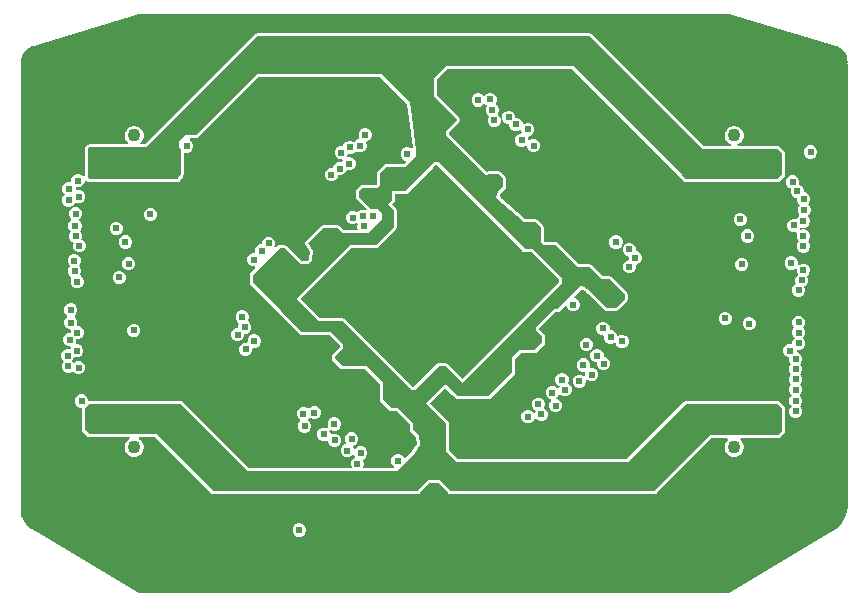
<source format=gbr>
%TF.GenerationSoftware,Altium Limited,Altium Designer,23.0.1 (38)*%
G04 Layer_Physical_Order=3*
G04 Layer_Color=16440176*
%FSLAX45Y45*%
%MOMM*%
%TF.SameCoordinates,98E3409A-FA71-4B7D-AABF-4CEB4AF68500*%
%TF.FilePolarity,Positive*%
%TF.FileFunction,Copper,L3,Inr,Signal*%
%TF.Part,Single*%
G01*
G75*
%TA.AperFunction,ComponentPad*%
%ADD28C,5.00000*%
%ADD29C,1.10000*%
%TA.AperFunction,ViaPad*%
%ADD30C,0.60960*%
G36*
X3402687Y2029423D02*
X3413984Y2025423D01*
X3434968Y2013842D01*
X3453778Y1998988D01*
X3469909Y1981262D01*
X3482929Y1961139D01*
X3492487Y1939160D01*
X3498326Y1915915D01*
X3500261Y1892390D01*
X3499311Y1880118D01*
X3499308Y1880084D01*
X3500000Y1867670D01*
X3500000Y-1855968D01*
X3502020D01*
X3502218Y-1873979D01*
X3497453Y-1909687D01*
X3487626Y-1944345D01*
X3472939Y-1977239D01*
X3453694Y-2007692D01*
X3430289Y-2035077D01*
X3403204Y-2058829D01*
X3372999Y-2078460D01*
X3356646Y-2086012D01*
X3356646Y-2086012D01*
X3356646Y-2086013D01*
X2500000Y-2600000D01*
X-2500000D01*
X-3405191Y-2065299D01*
X-3416906Y-2058186D01*
X-3438148Y-2040864D01*
X-3456796Y-2020776D01*
X-3472494Y-1998306D01*
X-3484941Y-1973886D01*
X-3493899Y-1947981D01*
X-3499196Y-1921088D01*
X-3500732Y-1893721D01*
X-3499604Y-1880062D01*
X-3500000D01*
X-3500000Y1879600D01*
X-3499189Y1879664D01*
X-3500120Y1891538D01*
X-3498046Y1915269D01*
X-3492092Y1938335D01*
X-3482421Y1960106D01*
X-3469297Y1979987D01*
X-3453079Y1997435D01*
X-3434210Y2011975D01*
X-3415786Y2021829D01*
X-3411733Y2023599D01*
X-3401919Y2027021D01*
X-3389908Y2031109D01*
X-2500000Y2300000D01*
X2500000D01*
X3402687Y2029423D01*
D02*
G37*
%LPC*%
G36*
X485234Y1630166D02*
X463003D01*
X442465Y1621659D01*
X429763Y1608957D01*
X425475Y1606163D01*
X413933Y1608193D01*
X403997Y1618129D01*
X383458Y1626637D01*
X361228D01*
X340690Y1618129D01*
X324970Y1602410D01*
X316463Y1581872D01*
Y1559641D01*
X324970Y1539103D01*
X340690Y1523384D01*
X361228Y1514877D01*
X383458D01*
X403997Y1523384D01*
X416699Y1536086D01*
X420986Y1538880D01*
X432529Y1536849D01*
X442465Y1526913D01*
X443621Y1526434D01*
X445387Y1517553D01*
X436880Y1497015D01*
Y1474785D01*
X445387Y1454247D01*
X461106Y1438527D01*
X462543Y1431307D01*
X460258Y1429023D01*
X451751Y1408484D01*
Y1386254D01*
X460258Y1365716D01*
X475977Y1349996D01*
X496515Y1341489D01*
X518746D01*
X539284Y1349996D01*
X555003Y1365716D01*
X563511Y1386254D01*
Y1408484D01*
X555003Y1429023D01*
X539284Y1444742D01*
X537848Y1451962D01*
X540133Y1454247D01*
X548640Y1474785D01*
Y1497015D01*
X540133Y1517553D01*
X524413Y1533273D01*
X523258Y1533752D01*
X521491Y1542633D01*
X529998Y1563171D01*
Y1585401D01*
X521491Y1605939D01*
X505772Y1621659D01*
X485234Y1630166D01*
D02*
G37*
G36*
X-573052Y1330421D02*
X-595283D01*
X-615821Y1321914D01*
X-631540Y1306194D01*
X-640047Y1285656D01*
Y1263425D01*
X-635065Y1251396D01*
X-638359Y1239202D01*
X-641917Y1237279D01*
X-659033Y1230189D01*
X-674753Y1214470D01*
X-680673Y1217256D01*
X-681190Y1217774D01*
X-701728Y1226281D01*
X-723958D01*
X-744497Y1217774D01*
X-760216Y1202054D01*
X-768723Y1181516D01*
X-771766Y1179483D01*
X-775669Y1181100D01*
X-797899D01*
X-818437Y1172593D01*
X-834157Y1156873D01*
X-842664Y1136335D01*
Y1114105D01*
X-834157Y1093567D01*
X-818437Y1077847D01*
X-797899Y1069340D01*
X-783330D01*
X-774473Y1058562D01*
X-776167Y1049719D01*
X-788990Y1043411D01*
X-790266Y1043940D01*
X-812497D01*
X-833035Y1035433D01*
X-848754Y1019713D01*
X-854952Y1004752D01*
X-860105Y993140D01*
X-882335D01*
X-902873Y984633D01*
X-918593Y968913D01*
X-927100Y948375D01*
Y926145D01*
X-918593Y905607D01*
X-902873Y889887D01*
X-882335Y881380D01*
X-860105D01*
X-839567Y889887D01*
X-823847Y905607D01*
X-817650Y920568D01*
X-812497Y932180D01*
X-790266D01*
X-769728Y940687D01*
X-754009Y956407D01*
X-748940Y968644D01*
X-733768Y976107D01*
X-732492Y975578D01*
X-710262D01*
X-689724Y984085D01*
X-674004Y999804D01*
X-665497Y1020343D01*
Y1042573D01*
X-674004Y1063111D01*
X-689724Y1078831D01*
X-710262Y1087338D01*
X-729046D01*
X-735784Y1095665D01*
X-737131Y1099071D01*
X-730904Y1114104D01*
X-727861Y1116137D01*
X-723958Y1114521D01*
X-701728D01*
X-681190Y1123028D01*
X-665470Y1138747D01*
X-659551Y1135961D01*
X-659033Y1135443D01*
X-638495Y1126936D01*
X-616265D01*
X-595727Y1135443D01*
X-580007Y1151163D01*
X-571500Y1171701D01*
Y1193932D01*
X-576483Y1205961D01*
X-573189Y1218155D01*
X-569630Y1220078D01*
X-552514Y1227168D01*
X-536795Y1242887D01*
X-528287Y1263425D01*
Y1285656D01*
X-536795Y1306194D01*
X-552514Y1321914D01*
X-573052Y1330421D01*
D02*
G37*
G36*
X643575Y1480819D02*
X621344D01*
X600806Y1472312D01*
X585087Y1456593D01*
X576580Y1436055D01*
Y1413824D01*
X585087Y1393286D01*
X600806Y1377567D01*
X621344Y1369059D01*
X637646D01*
Y1352759D01*
X646153Y1332221D01*
X661872Y1316501D01*
X682410Y1307994D01*
X704641D01*
X725179Y1316501D01*
X725793Y1317115D01*
X737526Y1312255D01*
Y1309685D01*
X742288Y1298189D01*
X733802Y1285489D01*
X730533D01*
X709995Y1276982D01*
X694275Y1261263D01*
X685768Y1240724D01*
Y1218494D01*
X694275Y1197956D01*
X709995Y1182236D01*
X730533Y1173729D01*
X752764D01*
X773302Y1182236D01*
X774181Y1183116D01*
X786881Y1177855D01*
Y1172525D01*
X795388Y1151987D01*
X811108Y1136267D01*
X831646Y1127760D01*
X853876D01*
X874415Y1136267D01*
X890134Y1151987D01*
X898641Y1172525D01*
Y1194755D01*
X890134Y1215293D01*
X874415Y1231013D01*
X853876Y1239520D01*
X831646D01*
X811108Y1231013D01*
X810228Y1230133D01*
X797528Y1235394D01*
Y1240724D01*
X792767Y1252220D01*
X801253Y1264920D01*
X804522D01*
X825060Y1273427D01*
X840779Y1289147D01*
X849286Y1309685D01*
Y1331915D01*
X840779Y1352453D01*
X825060Y1368173D01*
X804522Y1376680D01*
X782291D01*
X761753Y1368173D01*
X761139Y1367559D01*
X749406Y1372419D01*
Y1374989D01*
X740898Y1395528D01*
X725179Y1411247D01*
X704641Y1419754D01*
X688340D01*
Y1436055D01*
X679833Y1456593D01*
X664113Y1472312D01*
X643575Y1480819D01*
D02*
G37*
G36*
X3198815Y1186180D02*
X3176585D01*
X3156047Y1177673D01*
X3140327Y1161953D01*
X3131820Y1141415D01*
Y1119185D01*
X3140327Y1098647D01*
X3156047Y1082927D01*
X3176585Y1074420D01*
X3198815D01*
X3219353Y1082927D01*
X3235073Y1098647D01*
X3243580Y1119185D01*
Y1141415D01*
X3235073Y1161953D01*
X3219353Y1177673D01*
X3198815Y1186180D01*
D02*
G37*
G36*
X1320800Y2134098D02*
X-1498600D01*
X-1508511Y2132126D01*
X-1516912Y2126512D01*
X-2449127Y1194298D01*
X-2484921D01*
X-2488459Y1201339D01*
X-2489300Y1206998D01*
X-2475664Y1220633D01*
X-2465079Y1238967D01*
X-2459600Y1259415D01*
Y1280585D01*
X-2465079Y1301033D01*
X-2475664Y1319367D01*
X-2490633Y1334336D01*
X-2508967Y1344921D01*
X-2529415Y1350400D01*
X-2550585D01*
X-2571033Y1344921D01*
X-2589367Y1334336D01*
X-2604336Y1319367D01*
X-2614921Y1301033D01*
X-2620400Y1280585D01*
Y1259415D01*
X-2614921Y1238967D01*
X-2604336Y1220633D01*
X-2590700Y1206998D01*
X-2591541Y1201339D01*
X-2595079Y1194298D01*
X-2921000D01*
X-2930911Y1192326D01*
X-2939312Y1186712D01*
X-2952012Y1174012D01*
X-2957626Y1165611D01*
X-2959598Y1155700D01*
Y928034D01*
X-2972298Y923273D01*
X-2984651Y935627D01*
X-3005189Y944134D01*
X-3027420D01*
X-3047958Y935627D01*
X-3063677Y919907D01*
X-3072184Y899369D01*
Y884283D01*
X-3080381Y875123D01*
X-3083918Y874254D01*
X-3103390D01*
X-3123928Y865747D01*
X-3139648Y850027D01*
X-3148155Y829489D01*
Y807258D01*
X-3139648Y786720D01*
X-3131813Y778886D01*
X-3125624Y769128D01*
X-3131813Y762293D01*
X-3141093Y753013D01*
X-3149600Y732475D01*
Y710245D01*
X-3141093Y689707D01*
X-3125373Y673987D01*
X-3104835Y665480D01*
X-3082605D01*
X-3062067Y673987D01*
X-3046347Y689707D01*
X-3045467Y691831D01*
X-3028979Y698450D01*
X-3019561Y694550D01*
X-2997330D01*
X-2976792Y703057D01*
X-2961073Y718776D01*
X-2952566Y739314D01*
Y761545D01*
X-2961073Y782083D01*
X-2976792Y797802D01*
X-2997330Y806310D01*
X-3019561D01*
X-3023067Y804857D01*
X-3033522Y811930D01*
X-3034298Y824688D01*
X-3028198Y831505D01*
X-3024661Y832374D01*
X-3005189D01*
X-2984651Y840881D01*
X-2968932Y856601D01*
X-2960424Y877139D01*
Y886539D01*
X-2947724Y891800D01*
X-2939312Y883388D01*
X-2930911Y877774D01*
X-2921000Y875802D01*
X-2171700D01*
X-2161789Y877774D01*
X-2153388Y883388D01*
X-2147774Y891789D01*
X-2145802Y901700D01*
Y903673D01*
X-2127988Y921488D01*
X-2122374Y929889D01*
X-2120402Y939800D01*
Y1119501D01*
X-2109843Y1126557D01*
X-2106615Y1125220D01*
X-2084385D01*
X-2063847Y1133727D01*
X-2048127Y1149447D01*
X-2039620Y1169985D01*
Y1192215D01*
X-2048127Y1212753D01*
X-2063847Y1228473D01*
X-2070919Y1231402D01*
X-2068393Y1244102D01*
X-2019300D01*
X-2009389Y1246074D01*
X-2000988Y1251688D01*
X-1487873Y1764802D01*
X-455227D01*
X-424712Y1734288D01*
X-228049Y1537624D01*
X-216269Y1419823D01*
X-216131Y1419372D01*
X-216160Y1418901D01*
X-181128Y1161998D01*
X-193133Y1156043D01*
X-196947Y1159856D01*
X-217485Y1168363D01*
X-239715D01*
X-260253Y1159856D01*
X-275973Y1144137D01*
X-284480Y1123598D01*
Y1101368D01*
X-275973Y1080830D01*
X-260253Y1065110D01*
X-241742Y1057443D01*
X-236355Y1044870D01*
X-252027Y1029198D01*
X-406400D01*
X-416311Y1027226D01*
X-424712Y1021612D01*
X-475512Y970812D01*
X-481126Y962411D01*
X-483098Y952500D01*
Y861627D01*
X-493327Y851398D01*
X-609600D01*
X-619511Y849426D01*
X-627912Y843812D01*
X-653312Y818412D01*
X-658926Y810011D01*
X-660898Y800100D01*
Y749300D01*
X-658926Y739389D01*
X-653312Y730988D01*
X-568287Y645962D01*
X-575481Y635196D01*
X-593405Y642620D01*
X-615635D01*
X-636173Y634113D01*
X-651893Y618394D01*
X-657678Y621303D01*
X-658473Y622098D01*
X-679011Y630606D01*
X-701242D01*
X-721780Y622098D01*
X-737499Y606379D01*
X-746007Y585841D01*
Y563610D01*
X-737499Y543072D01*
X-721780Y527353D01*
X-701242Y518846D01*
X-679011D01*
X-658801Y527217D01*
X-657519Y526643D01*
X-648170Y519695D01*
X-651371Y511968D01*
Y489738D01*
X-647734Y480957D01*
X-654790Y470398D01*
X-763973D01*
X-794488Y500912D01*
X-802889Y506526D01*
X-812800Y508498D01*
X-939800D01*
X-949711Y506526D01*
X-958112Y500912D01*
X-1085112Y373912D01*
X-1086205Y372277D01*
X-1087658Y370950D01*
X-1088987Y368114D01*
X-1090726Y365511D01*
X-1091110Y363581D01*
X-1091945Y361799D01*
X-1092087Y358671D01*
X-1092698Y355600D01*
X-1092314Y353670D01*
X-1092403Y351705D01*
X-1091337Y348761D01*
X-1090726Y345689D01*
X-1089633Y344053D01*
X-1088964Y342204D01*
X-1054737Y285578D01*
X-1056846Y224767D01*
X-1077916Y203697D01*
X-1119573Y203698D01*
X-1251688Y335812D01*
X-1260089Y341426D01*
X-1270000Y343398D01*
X-1308100D01*
X-1318011Y341426D01*
X-1326412Y335812D01*
X-1342561Y319664D01*
X-1353327Y326858D01*
X-1346044Y344442D01*
Y366673D01*
X-1354551Y387211D01*
X-1370270Y402930D01*
X-1390808Y411438D01*
X-1413039D01*
X-1433577Y402930D01*
X-1449297Y387211D01*
X-1457804Y366673D01*
Y347980D01*
X-1471615D01*
X-1492153Y339473D01*
X-1507873Y323753D01*
X-1516380Y303215D01*
Y280985D01*
X-1527366Y274320D01*
X-1537655D01*
X-1558193Y265813D01*
X-1573913Y250093D01*
X-1582420Y229555D01*
Y207325D01*
X-1573913Y186787D01*
X-1558193Y171067D01*
X-1537655Y162560D01*
X-1517625D01*
X-1513336Y156472D01*
X-1511398Y150827D01*
X-1555012Y107212D01*
X-1560626Y98811D01*
X-1562598Y88900D01*
Y25400D01*
X-1560626Y15489D01*
X-1555012Y7088D01*
X-1313712Y-234212D01*
X-1135912Y-412012D01*
X-1127511Y-417626D01*
X-1117600Y-419598D01*
X-887027D01*
X-800598Y-506027D01*
Y-522673D01*
X-856512Y-578588D01*
X-862126Y-586989D01*
X-864098Y-596900D01*
Y-622300D01*
X-862126Y-632211D01*
X-856512Y-640612D01*
X-793012Y-704112D01*
X-784611Y-709726D01*
X-774700Y-711698D01*
X-582227D01*
X-457698Y-836227D01*
Y-965201D01*
X-455726Y-975111D01*
X-450112Y-983513D01*
X-373912Y-1059712D01*
X-365511Y-1065326D01*
X-355600Y-1067298D01*
X-315527D01*
X-203698Y-1179127D01*
Y-1219200D01*
X-201726Y-1229111D01*
X-196112Y-1237512D01*
X-151736Y-1281889D01*
X-144709Y-1345127D01*
X-185225Y-1405900D01*
X-242943Y-1463618D01*
X-255400Y-1461141D01*
X-258840Y-1452834D01*
X-274560Y-1437114D01*
X-295098Y-1428607D01*
X-317329D01*
X-337867Y-1437114D01*
X-353586Y-1452834D01*
X-362093Y-1473372D01*
Y-1495602D01*
X-353586Y-1516140D01*
X-337867Y-1531860D01*
X-337293Y-1545844D01*
X-339803Y-1548902D01*
X-596369D01*
X-602259Y-1536202D01*
X-595163Y-1519072D01*
Y-1496841D01*
X-600731Y-1483400D01*
X-595778Y-1467602D01*
X-589482Y-1464994D01*
X-573763Y-1449275D01*
X-565256Y-1428737D01*
Y-1406506D01*
X-573763Y-1385968D01*
X-589482Y-1370249D01*
X-610020Y-1361741D01*
X-632251D01*
X-652789Y-1370249D01*
X-668508Y-1385968D01*
X-668773Y-1386607D01*
X-670660Y-1386894D01*
X-681996Y-1385343D01*
X-688631Y-1369326D01*
X-688160Y-1365375D01*
X-683872Y-1355282D01*
X-666580Y-1348119D01*
X-650861Y-1332400D01*
X-642354Y-1311862D01*
Y-1289631D01*
X-650861Y-1269093D01*
X-666580Y-1253374D01*
X-687119Y-1244866D01*
X-709349D01*
X-729887Y-1253374D01*
X-745607Y-1269093D01*
X-754114Y-1289631D01*
Y-1311862D01*
X-746203Y-1330960D01*
X-746674Y-1334911D01*
X-750962Y-1345005D01*
X-768253Y-1352167D01*
X-783973Y-1367887D01*
X-792480Y-1388425D01*
Y-1410655D01*
X-783973Y-1431193D01*
X-768253Y-1446913D01*
X-747715Y-1455420D01*
X-725485D01*
X-704947Y-1446913D01*
X-689227Y-1431193D01*
X-688963Y-1430555D01*
X-687076Y-1430268D01*
X-675739Y-1431818D01*
X-668508Y-1449275D01*
X-669686Y-1455194D01*
X-682697Y-1460584D01*
X-698416Y-1476303D01*
X-706923Y-1496841D01*
Y-1519072D01*
X-699828Y-1536202D01*
X-705717Y-1548902D01*
X-1564073D01*
X-2127988Y-984988D01*
X-2136389Y-979374D01*
X-2146300Y-977402D01*
X-2921000D01*
X-2928620Y-971149D01*
Y-966785D01*
X-2937127Y-946247D01*
X-2952847Y-930527D01*
X-2973385Y-922020D01*
X-2995615D01*
X-3016153Y-930527D01*
X-3031873Y-946247D01*
X-3040380Y-966785D01*
Y-989015D01*
X-3031873Y-1009553D01*
X-3016153Y-1025273D01*
X-2995615Y-1033780D01*
X-2991251D01*
X-2984998Y-1041400D01*
Y-1219200D01*
X-2983026Y-1229111D01*
X-2977412Y-1237512D01*
X-2939312Y-1275612D01*
X-2930911Y-1281226D01*
X-2921000Y-1283198D01*
X-2580232D01*
X-2578998Y-1285013D01*
X-2582865Y-1301910D01*
X-2589367Y-1305664D01*
X-2604336Y-1320633D01*
X-2614921Y-1338967D01*
X-2620400Y-1359415D01*
Y-1380585D01*
X-2614921Y-1401033D01*
X-2604336Y-1419367D01*
X-2589367Y-1434336D01*
X-2571033Y-1444921D01*
X-2550585Y-1450400D01*
X-2529415D01*
X-2508967Y-1444921D01*
X-2490633Y-1434336D01*
X-2475664Y-1419367D01*
X-2465079Y-1401033D01*
X-2459600Y-1380585D01*
Y-1359415D01*
X-2465079Y-1338967D01*
X-2475664Y-1320633D01*
X-2490633Y-1305664D01*
X-2497135Y-1301910D01*
X-2501002Y-1285013D01*
X-2499768Y-1283198D01*
X-2360227D01*
X-1885212Y-1758212D01*
X-1876811Y-1763826D01*
X-1866900Y-1765798D01*
X-139700D01*
X-129789Y-1763826D01*
X-121388Y-1758212D01*
X-40073Y-1676898D01*
X40073D01*
X121388Y-1758212D01*
X129789Y-1763826D01*
X139700Y-1765798D01*
X1866900D01*
X1876811Y-1763826D01*
X1885212Y-1758212D01*
X2347527Y-1295898D01*
X2483551D01*
X2487700Y-1308598D01*
X2475664Y-1320633D01*
X2465079Y-1338967D01*
X2459600Y-1359415D01*
Y-1380585D01*
X2465079Y-1401033D01*
X2475664Y-1419367D01*
X2490633Y-1434336D01*
X2508967Y-1444921D01*
X2529415Y-1450400D01*
X2550585D01*
X2571033Y-1444921D01*
X2589367Y-1434336D01*
X2604336Y-1419367D01*
X2614921Y-1401033D01*
X2620400Y-1380585D01*
Y-1359415D01*
X2614921Y-1338967D01*
X2604336Y-1320633D01*
X2592300Y-1308598D01*
X2596449Y-1295898D01*
X2908300D01*
X2918211Y-1293926D01*
X2926612Y-1288312D01*
X2964712Y-1250212D01*
X2970326Y-1241811D01*
X2972298Y-1231900D01*
Y-1041400D01*
X2970326Y-1031489D01*
X2964712Y-1023088D01*
X2926612Y-984988D01*
X2918210Y-979374D01*
X2908300Y-977402D01*
X2133600D01*
X2130321Y-978055D01*
X2126983Y-978262D01*
X2125408Y-979032D01*
X2123689Y-979374D01*
X2120909Y-981232D01*
X2117905Y-982700D01*
X2116745Y-984014D01*
X2115288Y-984988D01*
X1627573Y-1472702D01*
X201227D01*
X127498Y-1398973D01*
Y-1219200D01*
Y-1168400D01*
X125526Y-1158489D01*
X119912Y-1150088D01*
X-33225Y-996950D01*
X95250Y-868475D01*
X146338Y-919563D01*
X151945Y-925751D01*
X152722Y-926327D01*
X153278Y-927117D01*
X166060Y-939285D01*
X184887Y-958112D01*
X193289Y-963726D01*
X203199Y-965698D01*
X457200D01*
X467111Y-963726D01*
X475512Y-958112D01*
X678712Y-754912D01*
X684326Y-746511D01*
X686298Y-736600D01*
Y-620327D01*
X734627Y-571998D01*
X850900D01*
X860811Y-570026D01*
X869212Y-564412D01*
X932712Y-500912D01*
X938326Y-492511D01*
X940298Y-482600D01*
Y-431800D01*
X938326Y-421889D01*
X932712Y-413488D01*
X889498Y-370273D01*
Y-366327D01*
X1026727Y-229098D01*
X1041400D01*
X1051311Y-227126D01*
X1059712Y-221512D01*
X1108952Y-172272D01*
X1121491Y-177694D01*
X1129193Y-196288D01*
X1144912Y-212007D01*
X1165450Y-220515D01*
X1187681D01*
X1208219Y-212007D01*
X1223938Y-196288D01*
X1232446Y-175750D01*
Y-153519D01*
X1223938Y-132981D01*
X1208219Y-117262D01*
X1189625Y-109560D01*
X1184203Y-97021D01*
X1247900Y-33325D01*
X1304303Y-70927D01*
X1400912Y-167537D01*
X1400996Y-167593D01*
X1401053Y-167677D01*
X1442646Y-208635D01*
X1446737Y-211324D01*
X1450807Y-214068D01*
X1450960Y-214099D01*
X1451090Y-214185D01*
X1455905Y-215104D01*
X1460709Y-216080D01*
X1536594Y-216396D01*
X1536647Y-216386D01*
X1536701Y-216396D01*
X1541591Y-215424D01*
X1546512Y-214466D01*
X1546558Y-214436D01*
X1546612Y-214425D01*
X1550768Y-211648D01*
X1554937Y-208887D01*
X1554968Y-208842D01*
X1555014Y-208811D01*
X1631212Y-132612D01*
X1636826Y-124211D01*
X1638798Y-114300D01*
Y-76200D01*
X1636826Y-66289D01*
X1631212Y-57888D01*
X1504213Y69112D01*
X1495811Y74726D01*
X1485901Y76697D01*
X1433127D01*
X1339113Y170712D01*
X1330711Y176326D01*
X1320801Y178297D01*
X1229927Y178298D01*
X1047012Y361212D01*
X1038611Y366826D01*
X1028700Y368798D01*
X937827D01*
X927598Y379027D01*
Y495300D01*
X925626Y505211D01*
X920012Y513612D01*
X881912Y551712D01*
X873511Y557326D01*
X863600Y559298D01*
X771846D01*
X555238Y751838D01*
X560432Y777807D01*
X602512Y819888D01*
X608126Y828289D01*
X610098Y838200D01*
Y901700D01*
X608126Y911611D01*
X602512Y920012D01*
X564412Y958112D01*
X556011Y963726D01*
X546100Y965698D01*
X457200D01*
X447289Y963726D01*
X445616Y962608D01*
X127498Y1280727D01*
Y1297373D01*
X208812Y1378688D01*
X214426Y1387089D01*
X216398Y1397000D01*
Y1409700D01*
X214426Y1419611D01*
X208812Y1428012D01*
X25898Y1610927D01*
Y1741873D01*
X112327Y1828302D01*
X1170373D01*
X2089888Y908788D01*
X2115288Y883388D01*
X2123689Y877774D01*
X2133600Y875802D01*
X2908300D01*
X2918211Y877774D01*
X2926612Y883388D01*
X2964712Y921488D01*
X2970326Y929889D01*
X2972298Y939800D01*
Y1117600D01*
X2970326Y1127511D01*
X2964712Y1135912D01*
X2926612Y1174012D01*
X2918211Y1179626D01*
X2908300Y1181598D01*
X2569788D01*
X2568116Y1194298D01*
X2571033Y1195079D01*
X2589367Y1205664D01*
X2604336Y1220633D01*
X2614921Y1238967D01*
X2620400Y1259415D01*
Y1280585D01*
X2614921Y1301033D01*
X2604336Y1319367D01*
X2589367Y1334336D01*
X2571033Y1344921D01*
X2550585Y1350400D01*
X2529415D01*
X2508967Y1344921D01*
X2490633Y1334336D01*
X2475664Y1319367D01*
X2465079Y1301033D01*
X2459600Y1280585D01*
Y1259415D01*
X2465079Y1238967D01*
X2475664Y1220633D01*
X2490633Y1205664D01*
X2508967Y1195079D01*
X2511884Y1194298D01*
X2510212Y1181598D01*
X2284027D01*
X1339112Y2126512D01*
X1330711Y2132126D01*
X1320800Y2134098D01*
D02*
G37*
G36*
X3046415Y932180D02*
X3024185D01*
X3003647Y923673D01*
X2987927Y907953D01*
X2979420Y887415D01*
Y865185D01*
X2987927Y844647D01*
X3003647Y828927D01*
X3022053Y821303D01*
X3017289Y809801D01*
Y787570D01*
X3025796Y767032D01*
X3041516Y751313D01*
X3062054Y742806D01*
X3072661D01*
Y721298D01*
X3081168Y700760D01*
X3096887Y685041D01*
X3097428Y682321D01*
X3085660Y670554D01*
X3077153Y650016D01*
Y627785D01*
X3085660Y607247D01*
X3088437Y604470D01*
X3087963Y588890D01*
X3076827Y577753D01*
X3068991Y558836D01*
X3058072Y563359D01*
X3035842D01*
X3015304Y554851D01*
X2999584Y539132D01*
X2991077Y518594D01*
Y496363D01*
X2999584Y475825D01*
X3015304Y460106D01*
X3035842Y451599D01*
X3058072D01*
X3064540Y454278D01*
X3074261Y444557D01*
X3068320Y430215D01*
Y407985D01*
X3076827Y387447D01*
X3089624Y374650D01*
X3079406Y364432D01*
X3070898Y343894D01*
Y321663D01*
X3079406Y301125D01*
X3095125Y285406D01*
X3115663Y276898D01*
X3137894D01*
X3158432Y285406D01*
X3174151Y301125D01*
X3182658Y321663D01*
Y343894D01*
X3174151Y364432D01*
X3161355Y377228D01*
X3171573Y387447D01*
X3180080Y407985D01*
Y430215D01*
X3171573Y450753D01*
X3155853Y466473D01*
X3135315Y474980D01*
X3113085D01*
X3106617Y472301D01*
X3096896Y482021D01*
X3102166Y494743D01*
X3113085Y490220D01*
X3135315D01*
X3155853Y498727D01*
X3171573Y514447D01*
X3180080Y534985D01*
Y557215D01*
X3171573Y577753D01*
X3168796Y580530D01*
X3169270Y596111D01*
X3180406Y607247D01*
X3188913Y627785D01*
Y650016D01*
X3180406Y670554D01*
X3164687Y686273D01*
X3164146Y688992D01*
X3175913Y700760D01*
X3184421Y721298D01*
Y743528D01*
X3175913Y764067D01*
X3160194Y779786D01*
X3139656Y788293D01*
X3129049D01*
Y809801D01*
X3120542Y830339D01*
X3104823Y846059D01*
X3086416Y853683D01*
X3091180Y865185D01*
Y887415D01*
X3082673Y907953D01*
X3066953Y923673D01*
X3046415Y932180D01*
D02*
G37*
G36*
X-2391747Y657882D02*
X-2413977D01*
X-2434516Y649375D01*
X-2450235Y633656D01*
X-2458742Y613117D01*
Y590887D01*
X-2450235Y570349D01*
X-2434516Y554629D01*
X-2413977Y546122D01*
X-2391747D01*
X-2371209Y554629D01*
X-2355489Y570349D01*
X-2346982Y590887D01*
Y613117D01*
X-2355489Y633656D01*
X-2371209Y649375D01*
X-2391747Y657882D01*
D02*
G37*
G36*
X2601915Y614680D02*
X2579685D01*
X2559147Y606173D01*
X2543427Y590453D01*
X2534920Y569915D01*
Y547685D01*
X2543427Y527147D01*
X2559147Y511427D01*
X2579685Y502920D01*
X2601915D01*
X2622453Y511427D01*
X2638173Y527147D01*
X2646680Y547685D01*
Y569915D01*
X2638173Y590453D01*
X2622453Y606173D01*
X2601915Y614680D01*
D02*
G37*
G36*
X-2681751Y538947D02*
X-2703982D01*
X-2724520Y530439D01*
X-2740239Y514720D01*
X-2748747Y494182D01*
Y471951D01*
X-2740239Y451413D01*
X-2724520Y435694D01*
X-2703982Y427187D01*
X-2681751D01*
X-2661213Y435694D01*
X-2645494Y451413D01*
X-2636987Y471951D01*
Y494182D01*
X-2645494Y514720D01*
X-2661213Y530439D01*
X-2681751Y538947D01*
D02*
G37*
G36*
X2665415Y474980D02*
X2643185D01*
X2622647Y466473D01*
X2606927Y450753D01*
X2598420Y430215D01*
Y407985D01*
X2606927Y387447D01*
X2622647Y371727D01*
X2643185Y363220D01*
X2665415D01*
X2685953Y371727D01*
X2701673Y387447D01*
X2710180Y407985D01*
Y430215D01*
X2701673Y450753D01*
X2685953Y466473D01*
X2665415Y474980D01*
D02*
G37*
G36*
X1550355Y424180D02*
X1528125D01*
X1507587Y415673D01*
X1491867Y399953D01*
X1483360Y379415D01*
Y357185D01*
X1491867Y336647D01*
X1507587Y320927D01*
X1528125Y312420D01*
X1550355D01*
X1570893Y320927D01*
X1586613Y336647D01*
X1595120Y357185D01*
Y379415D01*
X1586613Y399953D01*
X1570893Y415673D01*
X1550355Y424180D01*
D02*
G37*
G36*
X-2602545Y424180D02*
X-2624776D01*
X-2645314Y415673D01*
X-2661033Y399953D01*
X-2669540Y379415D01*
Y357184D01*
X-2661033Y336646D01*
X-2645314Y320927D01*
X-2624776Y312420D01*
X-2602545D01*
X-2582007Y320927D01*
X-2566287Y336646D01*
X-2557780Y357184D01*
Y379415D01*
X-2566287Y399953D01*
X-2582007Y415673D01*
X-2602545Y424180D01*
D02*
G37*
G36*
X-3024185Y662940D02*
X-3046415D01*
X-3066953Y654433D01*
X-3082673Y638713D01*
X-3091180Y618175D01*
Y595945D01*
X-3082673Y575407D01*
X-3071439Y564173D01*
X-3072698Y550273D01*
X-3073242Y549382D01*
X-3088452Y534172D01*
X-3096959Y513634D01*
Y491403D01*
X-3088452Y470865D01*
X-3074484Y456897D01*
X-3083422Y447958D01*
X-3091929Y427420D01*
Y405190D01*
X-3083422Y384652D01*
X-3067703Y368932D01*
X-3053337Y362982D01*
X-3060336Y346085D01*
Y323855D01*
X-3051829Y303316D01*
X-3036109Y287597D01*
X-3015571Y279090D01*
X-2993340D01*
X-2972802Y287597D01*
X-2957083Y303316D01*
X-2948576Y323855D01*
Y346085D01*
X-2957083Y366623D01*
X-2972802Y382343D01*
X-2987168Y388293D01*
X-2980169Y405190D01*
Y427420D01*
X-2988676Y447958D01*
X-3002644Y461926D01*
X-2993706Y470865D01*
X-2985199Y491403D01*
Y513634D01*
X-2993706Y534172D01*
X-3004939Y545405D01*
X-3003681Y559305D01*
X-3003137Y560196D01*
X-2987927Y575407D01*
X-2979420Y595945D01*
Y618175D01*
X-2987927Y638713D01*
X-3003647Y654433D01*
X-3024185Y662940D01*
D02*
G37*
G36*
X-2574605Y238760D02*
X-2596835D01*
X-2617373Y230253D01*
X-2633093Y214533D01*
X-2641600Y193995D01*
Y171765D01*
X-2633093Y151227D01*
X-2617373Y135507D01*
X-2596835Y127000D01*
X-2574605D01*
X-2554067Y135507D01*
X-2538347Y151227D01*
X-2529840Y171765D01*
Y193995D01*
X-2538347Y214533D01*
X-2554067Y230253D01*
X-2574605Y238760D01*
D02*
G37*
G36*
X2615684Y233680D02*
X2593454D01*
X2572915Y225173D01*
X2557196Y209453D01*
X2548689Y188915D01*
Y166685D01*
X2557196Y146147D01*
X2572915Y130427D01*
X2593454Y121920D01*
X2615684D01*
X2636222Y130427D01*
X2651942Y146147D01*
X2660449Y166685D01*
Y188915D01*
X2651942Y209453D01*
X2636222Y225173D01*
X2615684Y233680D01*
D02*
G37*
G36*
X1662115Y360680D02*
X1639885D01*
X1619347Y352173D01*
X1603627Y336453D01*
X1595120Y315915D01*
Y293685D01*
X1603627Y273147D01*
X1619347Y257427D01*
X1634761Y251042D01*
X1645920Y244795D01*
Y222565D01*
X1636929Y211084D01*
X1621887Y204853D01*
X1606167Y189133D01*
X1597660Y168595D01*
Y146365D01*
X1606167Y125827D01*
X1621887Y110107D01*
X1642425Y101600D01*
X1664655D01*
X1685193Y110107D01*
X1700913Y125827D01*
X1709420Y146365D01*
Y168595D01*
X1718411Y180076D01*
X1733453Y186307D01*
X1749173Y202027D01*
X1757680Y222565D01*
Y244795D01*
X1749173Y265333D01*
X1733453Y281053D01*
X1718039Y287438D01*
X1706880Y293685D01*
Y315915D01*
X1698373Y336453D01*
X1682653Y352173D01*
X1662115Y360680D01*
D02*
G37*
G36*
X-2656351Y123993D02*
X-2678582D01*
X-2699120Y115486D01*
X-2714839Y99767D01*
X-2723347Y79229D01*
Y56998D01*
X-2714839Y36460D01*
X-2699120Y20741D01*
X-2678582Y12233D01*
X-2656351D01*
X-2635813Y20741D01*
X-2620094Y36460D01*
X-2611587Y56998D01*
Y79229D01*
X-2620094Y99767D01*
X-2635813Y115486D01*
X-2656351Y123993D01*
D02*
G37*
G36*
X-3036885Y266700D02*
X-3059115D01*
X-3079653Y258193D01*
X-3095373Y242473D01*
X-3103880Y221935D01*
Y199705D01*
X-3095373Y179167D01*
X-3080036Y163830D01*
X-3090293Y153573D01*
X-3098800Y133035D01*
Y110805D01*
X-3090293Y90267D01*
X-3074573Y74547D01*
X-3072931Y73867D01*
X-3071118Y59369D01*
X-3078480Y41595D01*
Y19365D01*
X-3069973Y-1173D01*
X-3054253Y-16893D01*
X-3033715Y-25400D01*
X-3011485D01*
X-2990947Y-16893D01*
X-2975227Y-1173D01*
X-2966720Y19365D01*
Y41595D01*
X-2975227Y62133D01*
X-2990947Y77853D01*
X-2992589Y78533D01*
X-2994402Y93031D01*
X-2987040Y110805D01*
Y133035D01*
X-2995547Y153573D01*
X-3010884Y168910D01*
X-3000627Y179167D01*
X-2992120Y199705D01*
Y221935D01*
X-3000627Y242473D01*
X-3016347Y258193D01*
X-3036885Y266700D01*
D02*
G37*
G36*
X3033715Y246380D02*
X3011485D01*
X2990947Y237873D01*
X2975227Y222153D01*
X2966720Y201615D01*
Y179385D01*
X2975227Y158847D01*
X2990947Y143127D01*
X3011485Y134620D01*
X3033715D01*
X3054253Y143127D01*
X3060686Y149560D01*
X3071453Y142366D01*
X3070600Y140308D01*
Y118078D01*
X3079108Y97540D01*
X3082368Y94279D01*
X3081756Y91201D01*
X3066037Y75482D01*
X3057529Y54944D01*
Y32713D01*
X3065365Y13796D01*
X3054447Y9273D01*
X3038727Y-6447D01*
X3030220Y-26985D01*
Y-49215D01*
X3038727Y-69753D01*
X3054447Y-85473D01*
X3074985Y-93980D01*
X3097215D01*
X3117753Y-85473D01*
X3133473Y-69753D01*
X3141980Y-49215D01*
Y-26985D01*
X3134144Y-8067D01*
X3145063Y-3545D01*
X3160782Y12175D01*
X3169289Y32713D01*
Y54944D01*
X3160782Y75482D01*
X3157522Y78742D01*
X3158134Y81821D01*
X3173853Y97540D01*
X3182360Y118078D01*
Y140308D01*
X3173853Y160847D01*
X3158134Y176566D01*
X3137596Y185073D01*
X3115365D01*
X3094827Y176566D01*
X3088394Y170133D01*
X3077628Y177327D01*
X3078480Y179385D01*
Y201615D01*
X3069973Y222153D01*
X3054253Y237873D01*
X3033715Y246380D01*
D02*
G37*
G36*
X2474915Y-223520D02*
X2452685D01*
X2432147Y-232027D01*
X2416427Y-247747D01*
X2407920Y-268285D01*
Y-290515D01*
X2416427Y-311053D01*
X2432147Y-326773D01*
X2452685Y-335280D01*
X2474915D01*
X2495453Y-326773D01*
X2511173Y-311053D01*
X2519680Y-290515D01*
Y-268285D01*
X2511173Y-247747D01*
X2495453Y-232027D01*
X2474915Y-223520D01*
D02*
G37*
G36*
X2678115Y-266700D02*
X2655885D01*
X2635347Y-275207D01*
X2619627Y-290927D01*
X2611120Y-311465D01*
Y-333695D01*
X2619627Y-354233D01*
X2635347Y-369953D01*
X2655885Y-378460D01*
X2678115D01*
X2698653Y-369953D01*
X2714373Y-354233D01*
X2722880Y-333695D01*
Y-311465D01*
X2714373Y-290927D01*
X2698653Y-275207D01*
X2678115Y-266700D01*
D02*
G37*
G36*
X-2531425Y-325120D02*
X-2553655D01*
X-2574193Y-333627D01*
X-2589913Y-349347D01*
X-2598420Y-369885D01*
Y-392115D01*
X-2589913Y-412653D01*
X-2574193Y-428373D01*
X-2553655Y-436880D01*
X-2531425D01*
X-2510887Y-428373D01*
X-2495167Y-412653D01*
X-2486660Y-392115D01*
Y-369885D01*
X-2495167Y-349347D01*
X-2510887Y-333627D01*
X-2531425Y-325120D01*
D02*
G37*
G36*
X-1614485Y-210820D02*
X-1636715D01*
X-1657253Y-219327D01*
X-1672973Y-235047D01*
X-1681480Y-255585D01*
Y-277815D01*
X-1672973Y-298353D01*
X-1657254Y-314073D01*
X-1653039Y-329565D01*
X-1658982Y-343913D01*
Y-360506D01*
X-1674990D01*
X-1695528Y-369013D01*
X-1711248Y-384732D01*
X-1719755Y-405270D01*
Y-427501D01*
X-1711248Y-448039D01*
X-1695528Y-463758D01*
X-1674990Y-472266D01*
X-1652759D01*
X-1632221Y-463758D01*
X-1616502Y-448039D01*
X-1607995Y-427501D01*
Y-410908D01*
X-1591987D01*
X-1571448Y-402401D01*
X-1555729Y-386682D01*
X-1547222Y-366144D01*
Y-343913D01*
X-1555729Y-323375D01*
X-1571448Y-307656D01*
X-1575663Y-292163D01*
X-1569720Y-277815D01*
Y-255585D01*
X-1578227Y-235047D01*
X-1593947Y-219327D01*
X-1614485Y-210820D01*
D02*
G37*
G36*
X1441135Y-307340D02*
X1418905D01*
X1398367Y-315847D01*
X1382647Y-331567D01*
X1374140Y-352105D01*
Y-374335D01*
X1382647Y-394873D01*
X1398367Y-410593D01*
X1418905Y-419100D01*
X1433187D01*
X1437640Y-425765D01*
Y-447995D01*
X1446147Y-468533D01*
X1461867Y-484253D01*
X1482405Y-492760D01*
X1504635D01*
X1522250Y-485464D01*
X1526265Y-484820D01*
X1536993Y-490394D01*
X1542667Y-504093D01*
X1558387Y-519813D01*
X1578925Y-528320D01*
X1601155D01*
X1621693Y-519813D01*
X1637413Y-504093D01*
X1645920Y-483555D01*
Y-461325D01*
X1637413Y-440787D01*
X1621693Y-425067D01*
X1601155Y-416560D01*
X1578925D01*
X1561310Y-423856D01*
X1557295Y-424500D01*
X1546567Y-418926D01*
X1540893Y-405227D01*
X1525173Y-389507D01*
X1504635Y-381000D01*
X1490353D01*
X1485900Y-374335D01*
Y-352105D01*
X1477393Y-331567D01*
X1461673Y-315847D01*
X1441135Y-307340D01*
D02*
G37*
G36*
X-3064825Y-152400D02*
X-3087055D01*
X-3107593Y-160907D01*
X-3123313Y-176627D01*
X-3131820Y-197165D01*
Y-219395D01*
X-3123313Y-239933D01*
X-3109619Y-253627D01*
X-3109788Y-267444D01*
X-3110133Y-267587D01*
X-3125853Y-283307D01*
X-3134360Y-303845D01*
Y-326075D01*
X-3125853Y-346613D01*
X-3110133Y-362333D01*
X-3089595Y-370840D01*
X-3080401D01*
X-3073345Y-381400D01*
X-3075940Y-387665D01*
Y-403860D01*
X-3097215D01*
X-3117753Y-412367D01*
X-3133473Y-428087D01*
X-3141980Y-448625D01*
Y-470855D01*
X-3133473Y-491393D01*
X-3117753Y-507113D01*
X-3097215Y-515620D01*
X-3082660D01*
X-3075103Y-528320D01*
X-3080910Y-542339D01*
X-3090225Y-538480D01*
X-3112455D01*
X-3132993Y-546987D01*
X-3148713Y-562707D01*
X-3157220Y-583245D01*
Y-605475D01*
X-3148713Y-626013D01*
X-3132994Y-641733D01*
X-3132945Y-641976D01*
X-3144120Y-653151D01*
X-3152627Y-673689D01*
Y-695920D01*
X-3144120Y-716458D01*
X-3128401Y-732177D01*
X-3107862Y-740684D01*
X-3085632D01*
X-3065094Y-732177D01*
X-3059990Y-727073D01*
X-3057273Y-727614D01*
X-3041553Y-743333D01*
X-3021015Y-751840D01*
X-2998785D01*
X-2978247Y-743333D01*
X-2962527Y-727613D01*
X-2954020Y-707075D01*
Y-684845D01*
X-2962527Y-664307D01*
X-2978247Y-648587D01*
X-2998785Y-640080D01*
X-3021015D01*
X-3041553Y-648587D01*
X-3046657Y-653691D01*
X-3049375Y-653151D01*
X-3065093Y-637432D01*
X-3065142Y-637188D01*
X-3053967Y-626013D01*
X-3045570Y-605741D01*
X-3036255Y-609600D01*
X-3014025D01*
X-2993487Y-601093D01*
X-2977767Y-585373D01*
X-2969260Y-564835D01*
Y-542605D01*
X-2977767Y-522067D01*
X-2993487Y-506347D01*
X-3014025Y-497840D01*
X-3028580D01*
X-3036137Y-485140D01*
X-3030220Y-470855D01*
Y-454660D01*
X-3008945D01*
X-2988407Y-446153D01*
X-2972687Y-430433D01*
X-2964180Y-409895D01*
Y-387665D01*
X-2972687Y-367127D01*
X-2988407Y-351407D01*
X-3008945Y-342900D01*
X-3018139D01*
X-3025195Y-332340D01*
X-3022600Y-326075D01*
Y-303845D01*
X-3031107Y-283307D01*
X-3044801Y-269613D01*
X-3044632Y-255796D01*
X-3044287Y-255653D01*
X-3028567Y-239933D01*
X-3020060Y-219395D01*
Y-197165D01*
X-3028567Y-176627D01*
X-3044287Y-160907D01*
X-3064825Y-152400D01*
D02*
G37*
G36*
X1298895Y-444500D02*
X1276665D01*
X1256127Y-453007D01*
X1240407Y-468727D01*
X1231900Y-489265D01*
Y-511495D01*
X1240407Y-532033D01*
X1256127Y-547753D01*
X1276665Y-556260D01*
X1298895D01*
X1319433Y-547753D01*
X1335153Y-532033D01*
X1343660Y-511495D01*
Y-489265D01*
X1335153Y-468727D01*
X1319433Y-453007D01*
X1298895Y-444500D01*
D02*
G37*
G36*
X-1512885Y-414020D02*
X-1535115D01*
X-1555653Y-422527D01*
X-1571373Y-438247D01*
X-1579880Y-458785D01*
Y-473407D01*
X-1582932Y-482088D01*
X-1591613Y-485140D01*
X-1606235D01*
X-1626773Y-493647D01*
X-1642493Y-509367D01*
X-1651000Y-529905D01*
Y-552135D01*
X-1642493Y-572673D01*
X-1626773Y-588393D01*
X-1606235Y-596900D01*
X-1584005D01*
X-1563467Y-588393D01*
X-1547747Y-572673D01*
X-1539240Y-552135D01*
Y-537513D01*
X-1536188Y-528832D01*
X-1527507Y-525780D01*
X-1512885D01*
X-1492347Y-517273D01*
X-1476627Y-501553D01*
X-1468120Y-481015D01*
Y-458785D01*
X-1476627Y-438247D01*
X-1492347Y-422527D01*
X-1512885Y-414020D01*
D02*
G37*
G36*
X1389532Y-539283D02*
X1367301D01*
X1346763Y-547791D01*
X1331044Y-563510D01*
X1322537Y-584048D01*
Y-606279D01*
X1331044Y-626817D01*
X1346763Y-642536D01*
X1367301Y-651043D01*
X1379432D01*
X1379979Y-651862D01*
Y-674092D01*
X1388486Y-694630D01*
X1404205Y-710349D01*
X1424744Y-718857D01*
X1446974D01*
X1467512Y-710349D01*
X1483232Y-694630D01*
X1491739Y-674092D01*
Y-651861D01*
X1483232Y-631323D01*
X1467512Y-615604D01*
X1446974Y-607097D01*
X1434843D01*
X1434297Y-606278D01*
Y-584048D01*
X1425789Y-563510D01*
X1410070Y-547791D01*
X1389532Y-539283D01*
D02*
G37*
G36*
X1273495Y-617220D02*
X1251265D01*
X1230727Y-625727D01*
X1215007Y-641447D01*
X1206500Y-661985D01*
Y-684215D01*
X1215007Y-704753D01*
X1230727Y-720473D01*
X1251265Y-728980D01*
X1271525D01*
X1277293Y-734518D01*
X1280837Y-739686D01*
X1278785Y-744640D01*
Y-762972D01*
X1267047Y-769195D01*
X1260551Y-762699D01*
X1240013Y-754192D01*
X1217783D01*
X1197244Y-762699D01*
X1181525Y-778419D01*
X1173018Y-798957D01*
Y-821187D01*
X1181525Y-841726D01*
X1197244Y-857445D01*
X1217783Y-865952D01*
X1240013D01*
X1260551Y-857445D01*
X1276271Y-841726D01*
X1284778Y-821187D01*
Y-802856D01*
X1296515Y-796632D01*
X1303011Y-803128D01*
X1323549Y-811635D01*
X1345780D01*
X1366318Y-803128D01*
X1382037Y-787409D01*
X1390545Y-766871D01*
Y-744640D01*
X1382037Y-724102D01*
X1366318Y-708383D01*
X1345780Y-699875D01*
X1325520D01*
X1319752Y-694338D01*
X1316208Y-689170D01*
X1318260Y-684215D01*
Y-661985D01*
X1309753Y-641447D01*
X1294033Y-625727D01*
X1273495Y-617220D01*
D02*
G37*
G36*
X1094251Y-740584D02*
X1072020D01*
X1051482Y-749091D01*
X1035763Y-764811D01*
X1027256Y-785349D01*
Y-807580D01*
X1035763Y-828118D01*
X1051482Y-843837D01*
X1060433Y-847544D01*
X1061320Y-852007D01*
X1055571Y-865886D01*
X1041080Y-869355D01*
X1031132Y-859407D01*
X1010594Y-850900D01*
X988363D01*
X967825Y-859407D01*
X952106Y-875127D01*
X943598Y-895665D01*
Y-917895D01*
X952106Y-938433D01*
X967825Y-954153D01*
X988363Y-962660D01*
X992916Y-975360D01*
X981303Y-986973D01*
X972796Y-1007512D01*
Y-1029742D01*
X981303Y-1050280D01*
X997022Y-1066000D01*
X1017561Y-1074507D01*
X1039791D01*
X1060329Y-1066000D01*
X1076049Y-1050280D01*
X1084556Y-1029742D01*
Y-1007512D01*
X1076049Y-986973D01*
X1060329Y-971254D01*
X1039791Y-962747D01*
X1035238Y-950047D01*
X1046851Y-938433D01*
X1052600Y-924554D01*
X1067092Y-921085D01*
X1077040Y-931033D01*
X1097578Y-939540D01*
X1119809D01*
X1140347Y-931033D01*
X1156066Y-915313D01*
X1164573Y-894775D01*
Y-872545D01*
X1156066Y-852006D01*
X1140347Y-836287D01*
X1131396Y-832580D01*
X1130509Y-828117D01*
X1139016Y-807580D01*
Y-785349D01*
X1130509Y-764811D01*
X1114789Y-749091D01*
X1094251Y-740584D01*
D02*
G37*
G36*
X-1002345Y-1021080D02*
X-1024575D01*
X-1045113Y-1029587D01*
X-1055280Y-1039753D01*
X-1071821Y-1041173D01*
X-1075787Y-1037207D01*
X-1096325Y-1028700D01*
X-1118555D01*
X-1139093Y-1037207D01*
X-1154813Y-1052927D01*
X-1163320Y-1073465D01*
Y-1095695D01*
X-1154813Y-1116233D01*
X-1139093Y-1131953D01*
X-1134773Y-1133742D01*
X-1133191Y-1148144D01*
X-1144886Y-1159840D01*
X-1153393Y-1180378D01*
Y-1202609D01*
X-1144886Y-1223147D01*
X-1129167Y-1238866D01*
X-1108629Y-1247373D01*
X-1086398D01*
X-1065860Y-1238866D01*
X-1050141Y-1223147D01*
X-1041633Y-1202609D01*
Y-1180378D01*
X-1050141Y-1159840D01*
X-1065860Y-1144121D01*
X-1067402Y-1143482D01*
X-1069811Y-1130597D01*
X-1061924Y-1121469D01*
X-1049079Y-1120367D01*
X-1045113Y-1124333D01*
X-1024575Y-1132840D01*
X-1002345D01*
X-981807Y-1124333D01*
X-966087Y-1108613D01*
X-957580Y-1088075D01*
Y-1065845D01*
X-966087Y-1045307D01*
X-981807Y-1029587D01*
X-1002345Y-1021080D01*
D02*
G37*
G36*
X892998Y-949063D02*
X870768D01*
X850229Y-957571D01*
X834510Y-973290D01*
X826003Y-993828D01*
Y-1016059D01*
X834510Y-1036597D01*
X850229Y-1052316D01*
X850232Y-1052317D01*
X850814Y-1052628D01*
X859429Y-1059073D01*
X853053Y-1074466D01*
X849208Y-1076076D01*
X839189Y-1077196D01*
X825637Y-1063644D01*
X805098Y-1055137D01*
X782868D01*
X762330Y-1063644D01*
X746610Y-1079363D01*
X738103Y-1099902D01*
Y-1122132D01*
X746610Y-1142670D01*
X762330Y-1158390D01*
X782868Y-1166897D01*
X805098D01*
X825637Y-1158390D01*
X841356Y-1142670D01*
X847732Y-1127276D01*
X851577Y-1125667D01*
X861596Y-1124547D01*
X875148Y-1138099D01*
X895687Y-1146606D01*
X917917D01*
X938455Y-1138099D01*
X954175Y-1122380D01*
X962682Y-1101841D01*
Y-1079611D01*
X954175Y-1059073D01*
X938455Y-1043353D01*
X938453Y-1043352D01*
X937871Y-1043041D01*
X929256Y-1036597D01*
X937763Y-1016059D01*
Y-993828D01*
X929256Y-973290D01*
X913536Y-957571D01*
X892998Y-949063D01*
D02*
G37*
G36*
X3097215Y-256901D02*
X3074985D01*
X3054447Y-265408D01*
X3038727Y-281127D01*
X3030220Y-301666D01*
Y-323896D01*
X3038727Y-344434D01*
X3050253Y-355961D01*
X3038727Y-367487D01*
X3030220Y-388025D01*
Y-410256D01*
X3038727Y-430794D01*
X3052650Y-444717D01*
X3038391Y-458976D01*
X3029884Y-479514D01*
Y-489575D01*
X3020534Y-495821D01*
X2998304D01*
X2977766Y-504329D01*
X2962047Y-520048D01*
X2953539Y-540586D01*
Y-562817D01*
X2962047Y-583355D01*
X2977766Y-599074D01*
X2998304Y-607581D01*
X3002412D01*
X3004820Y-611185D01*
Y-633415D01*
X3013327Y-653953D01*
X3024854Y-665480D01*
X3013327Y-677007D01*
X3004820Y-697545D01*
Y-719775D01*
X3013327Y-740313D01*
X3024854Y-751840D01*
X3013327Y-763367D01*
X3004820Y-783905D01*
Y-806135D01*
X3013327Y-826673D01*
X3025086Y-838432D01*
X3013792Y-849726D01*
X3005285Y-870264D01*
Y-892495D01*
X3013792Y-913033D01*
X3021869Y-921111D01*
X3028551Y-929877D01*
X3021869Y-937704D01*
X3013327Y-946247D01*
X3004820Y-966785D01*
Y-989015D01*
X3013327Y-1009553D01*
X3026124Y-1022350D01*
X3013327Y-1035147D01*
X3004820Y-1055685D01*
Y-1077915D01*
X3013327Y-1098453D01*
X3029047Y-1114173D01*
X3049585Y-1122680D01*
X3071815D01*
X3092353Y-1114173D01*
X3108073Y-1098453D01*
X3116580Y-1077915D01*
Y-1055685D01*
X3108073Y-1035147D01*
X3095276Y-1022350D01*
X3108073Y-1009553D01*
X3116580Y-989015D01*
Y-966785D01*
X3108073Y-946247D01*
X3099995Y-938169D01*
X3093314Y-929403D01*
X3099995Y-921575D01*
X3108537Y-913033D01*
X3117045Y-892495D01*
Y-870264D01*
X3108537Y-849726D01*
X3096779Y-837968D01*
X3108073Y-826673D01*
X3116580Y-806135D01*
Y-783905D01*
X3108073Y-763367D01*
X3096546Y-751840D01*
X3108073Y-740313D01*
X3116580Y-719775D01*
Y-697545D01*
X3108073Y-677007D01*
X3096546Y-665480D01*
X3108073Y-653953D01*
X3116580Y-633415D01*
Y-611185D01*
X3108073Y-590647D01*
X3092353Y-574927D01*
X3071816Y-566420D01*
X3067916Y-553720D01*
X3068331Y-550730D01*
X3074649Y-546509D01*
X3096879D01*
X3117417Y-538002D01*
X3133136Y-522283D01*
X3141644Y-501744D01*
Y-479514D01*
X3133136Y-458976D01*
X3119214Y-445053D01*
X3133473Y-430794D01*
X3141980Y-410256D01*
Y-388025D01*
X3133473Y-367487D01*
X3121947Y-355961D01*
X3133473Y-344434D01*
X3141980Y-323896D01*
Y-301666D01*
X3133473Y-281127D01*
X3117753Y-265408D01*
X3097215Y-256901D01*
D02*
G37*
G36*
X-835998Y-1117600D02*
X-858228D01*
X-878767Y-1126107D01*
X-894486Y-1141827D01*
X-902993Y-1162365D01*
Y-1184595D01*
X-895392Y-1202946D01*
X-899114Y-1207564D01*
X-903320Y-1211203D01*
X-904372Y-1211926D01*
X-923605Y-1203960D01*
X-945835D01*
X-966373Y-1212467D01*
X-982093Y-1228187D01*
X-990600Y-1248725D01*
Y-1270955D01*
X-982093Y-1291493D01*
X-966373Y-1307213D01*
X-945835Y-1315720D01*
X-923605D01*
X-910253Y-1310190D01*
X-897553Y-1318293D01*
Y-1321755D01*
X-889046Y-1342293D01*
X-873327Y-1358013D01*
X-852788Y-1366520D01*
X-830558D01*
X-810020Y-1358013D01*
X-794300Y-1342293D01*
X-785793Y-1321755D01*
Y-1299525D01*
X-794300Y-1278987D01*
X-810020Y-1263267D01*
X-830558Y-1254760D01*
X-852788D01*
X-866140Y-1260290D01*
X-878840Y-1252187D01*
Y-1248725D01*
X-886441Y-1230374D01*
X-882719Y-1225756D01*
X-878513Y-1222117D01*
X-877461Y-1221394D01*
X-858228Y-1229360D01*
X-835998D01*
X-815460Y-1220853D01*
X-799740Y-1205133D01*
X-791233Y-1184595D01*
Y-1162365D01*
X-799740Y-1141827D01*
X-815460Y-1126107D01*
X-835998Y-1117600D01*
D02*
G37*
G36*
X-1131885Y-2014220D02*
X-1154115D01*
X-1174653Y-2022727D01*
X-1190373Y-2038447D01*
X-1198880Y-2058985D01*
Y-2081215D01*
X-1190373Y-2101753D01*
X-1174653Y-2117473D01*
X-1154115Y-2125980D01*
X-1131885D01*
X-1111347Y-2117473D01*
X-1095627Y-2101753D01*
X-1087120Y-2081215D01*
Y-2058985D01*
X-1095627Y-2038447D01*
X-1111347Y-2022727D01*
X-1131885Y-2014220D01*
D02*
G37*
%LPD*%
G36*
X2273300Y1155700D02*
X2908300D01*
X2946400Y1117600D01*
Y939800D01*
X2908300Y901700D01*
X2133600D01*
X2108200Y927100D01*
X1181100Y1854200D01*
X101600D01*
X0Y1752600D01*
Y1600200D01*
X190500Y1409700D01*
Y1397000D01*
X101600Y1308100D01*
Y1270000D01*
X444500Y927100D01*
X457200Y939800D01*
X546100D01*
X584200Y901700D01*
Y838200D01*
X536575Y790575D01*
X526930Y742351D01*
X762000Y533400D01*
X863600D01*
X901700Y495300D01*
Y368300D01*
X927100Y342900D01*
X1028700D01*
X1219200Y152400D01*
X1320800Y152400D01*
X1422399Y50799D01*
X1485901D01*
X1612900Y-76200D01*
Y-114300D01*
X1536701Y-190499D01*
X1460817Y-190183D01*
X1419224Y-149224D01*
X1320802Y-50802D01*
X1244600Y0D01*
X1193800Y-50800D01*
X1041400Y-203200D01*
X1016000D01*
X863600Y-355600D01*
Y-381000D01*
X914400Y-431800D01*
Y-482600D01*
X850900Y-546100D01*
X723900D01*
X660400Y-609600D01*
Y-736600D01*
X457200Y-939800D01*
X203199D01*
X184150Y-920750D01*
X171135Y-908360D01*
X165100Y-901701D01*
X95250Y-831851D01*
X-69850Y-996950D01*
X101600Y-1168400D01*
Y-1219200D01*
Y-1409700D01*
X114300Y-1422400D01*
X190500Y-1498600D01*
X1638300D01*
X2133600Y-1003300D01*
X2908300D01*
X2946400Y-1041400D01*
Y-1231900D01*
X2908300Y-1270000D01*
X2336800D01*
X1866900Y-1739900D01*
X139700D01*
X63500Y-1663700D01*
X50800Y-1651000D01*
X-50800D01*
X-139700Y-1739900D01*
X-1866900D01*
X-2349500Y-1257300D01*
X-2921000D01*
X-2959100Y-1219200D01*
Y-1041400D01*
X-2921000Y-1003300D01*
X-2146300D01*
X-1574800Y-1574800D01*
X-317500D01*
X-165100Y-1422400D01*
X-165100D01*
X-117929Y-1351643D01*
X-127000Y-1270000D01*
X-177800Y-1219200D01*
Y-1168400D01*
X-304800Y-1041400D01*
X-355600D01*
X-431800Y-965201D01*
Y-825500D01*
X-571500Y-685800D01*
X-774700D01*
X-838200Y-622300D01*
Y-596900D01*
X-774700Y-533400D01*
Y-495300D01*
X-876300Y-393700D01*
X-1117600D01*
X-1295400Y-215900D01*
X-1536700Y25400D01*
Y88900D01*
X-1308100Y317500D01*
X-1270000D01*
X-1130300Y177800D01*
X-1067189Y177800D01*
X-1031318Y213671D01*
X-1028588Y292380D01*
X-1066800Y355600D01*
X-939800Y482600D01*
X-812800D01*
X-774700Y444500D01*
X-558800D01*
X-444500Y558800D01*
Y609600D01*
X-482600Y647700D01*
X-533400D01*
X-635000Y749300D01*
Y800100D01*
X-609600Y825500D01*
X-482600D01*
X-457200Y850900D01*
Y901700D01*
Y952500D01*
X-406400Y1003300D01*
X-241300D01*
X-152400Y1092200D01*
Y1143000D01*
X-190500Y1422400D01*
X-203200Y1549400D01*
X-406400Y1752600D01*
X-444500Y1790700D01*
X-1498600D01*
X-2019300Y1270000D01*
X-2108200D01*
X-2159000Y1219200D01*
Y1168400D01*
X-2146300Y1155700D01*
Y939800D01*
X-2171700Y914400D01*
Y901700D01*
X-2921000D01*
X-2933700Y914400D01*
Y1155700D01*
X-2921000Y1168400D01*
X-2438400D01*
X-1498600Y2108200D01*
X1320800D01*
X2273300Y1155700D01*
D02*
G37*
%LPC*%
G36*
X38100Y1041400D02*
X0D01*
X-25400Y1016000D01*
X-241300Y800100D01*
X-355600D01*
Y723900D01*
X-393700Y685800D01*
X-342899Y634998D01*
X-342901Y495298D01*
X-495300Y342900D01*
X-711200Y342900D01*
X-1168400Y-114300D01*
X-977900Y-304800D01*
X-774700D01*
X-342900Y-736600D01*
X-190500Y-889000D01*
X-165100D01*
X38100Y-685800D01*
X101600D01*
X241300Y-825500D01*
X635000Y-431800D01*
X939800Y-127000D01*
X1079500Y12700D01*
Y63500D01*
X838200Y304800D01*
X774700D01*
X38100Y1041400D01*
D02*
G37*
%LPD*%
G36*
X756388Y286488D02*
X764789Y280874D01*
X774700Y278902D01*
X827473D01*
X1053602Y52773D01*
Y23427D01*
X921488Y-108688D01*
X616688Y-413488D01*
X241300Y-788875D01*
X119912Y-667488D01*
X111511Y-661874D01*
X101600Y-659902D01*
X38100D01*
X28189Y-661874D01*
X19788Y-667488D01*
X-175827Y-863102D01*
X-179773D01*
X-324588Y-718288D01*
X-756388Y-286488D01*
X-764789Y-280874D01*
X-774700Y-278902D01*
X-967173D01*
X-1131775Y-114300D01*
X-700473Y317002D01*
X-495300Y317002D01*
X-485390Y318973D01*
X-476988Y324587D01*
X-324589Y476986D01*
D01*
D01*
X-324589Y476986D01*
X-321801Y481158D01*
X-318975Y485387D01*
Y485388D01*
X-318975Y485388D01*
X-317788Y491355D01*
X-317004Y495298D01*
X-317001Y634998D01*
Y634998D01*
D01*
X-317491Y637458D01*
X-318972Y644908D01*
X-318972Y644909D01*
Y644909D01*
X-320385Y647023D01*
X-324586Y653310D01*
X-324587Y653311D01*
X-357075Y685800D01*
X-337288Y705588D01*
X-331674Y713989D01*
X-329702Y723900D01*
Y774202D01*
X-241300D01*
X-231389Y776174D01*
X-222988Y781788D01*
X-7088Y997688D01*
X10727Y1015502D01*
X27373D01*
X756388Y286488D01*
D02*
G37*
D28*
X2500000Y1900000D02*
D03*
X-2500000Y-2100000D02*
D03*
D29*
X-2540000Y1270000D02*
D03*
Y-1370000D02*
D03*
X2540000Y1270000D02*
D03*
Y-1370000D02*
D03*
D30*
X-86360Y-1236980D02*
D03*
X-3096747Y-684804D02*
D03*
X-3116580Y-71120D02*
D03*
X-3129280Y568960D02*
D03*
X-3111500Y307340D02*
D03*
X-3004456Y334970D02*
D03*
X-3036049Y416305D02*
D03*
X-3041079Y502518D02*
D03*
X-3035300Y607060D02*
D03*
X3009419Y-551701D02*
D03*
X1512526Y-248940D02*
D03*
X3126740Y231140D02*
D03*
X1143000Y2207260D02*
D03*
X1125220Y1734820D02*
D03*
X1381760Y1488440D02*
D03*
X3086100Y-399141D02*
D03*
X3085764Y-490629D02*
D03*
X3086100Y-312781D02*
D03*
X2667000Y-322580D02*
D03*
X3060700Y-622300D02*
D03*
X3061165Y-881380D02*
D03*
X-625218Y-1120117D02*
D03*
X-621136Y-1417621D02*
D03*
X164020Y-1642300D02*
D03*
X881883Y-1004943D02*
D03*
X2590800Y558800D02*
D03*
X2326640Y1584960D02*
D03*
X2705100Y1587500D02*
D03*
X2712720Y1275080D02*
D03*
X2354580Y1280160D02*
D03*
X-960120Y-353060D02*
D03*
X1794598Y1026207D02*
D03*
X741648Y1229609D02*
D03*
X842761Y1183640D02*
D03*
X1921033Y1024831D02*
D03*
X1108693Y-883660D02*
D03*
X1028676Y-1018627D02*
D03*
X-1805165Y572765D02*
D03*
X3009900Y1054100D02*
D03*
X3136900Y901700D02*
D03*
X-1562100Y1371600D02*
D03*
X-1447800Y1485900D02*
D03*
X-787400Y1384300D02*
D03*
X-939800Y1397000D02*
D03*
X-889000Y1524000D02*
D03*
X-2540000Y-1129600D02*
D03*
Y-1054100D02*
D03*
X2552700Y990600D02*
D03*
Y1061720D02*
D03*
X2540000Y-1168400D02*
D03*
Y-1079500D02*
D03*
X-2703895Y979107D02*
D03*
X-2708097Y1107984D02*
D03*
X-2644860Y1043687D02*
D03*
X-2576461Y1112085D02*
D03*
X1176566Y-164635D02*
D03*
X2413000Y-749300D02*
D03*
X2667000D02*
D03*
X2540000D02*
D03*
X-2222500Y1854200D02*
D03*
X-2006600Y2133600D02*
D03*
X-990600Y2209800D02*
D03*
X-152400D02*
D03*
X749300D02*
D03*
X1524000Y2159000D02*
D03*
X1536700Y1346200D02*
D03*
X787400Y1752600D02*
D03*
X-3289300Y1231900D02*
D03*
Y1816100D02*
D03*
X-3378200Y838200D02*
D03*
Y-12700D02*
D03*
Y-1066800D02*
D03*
X-3289300Y-1841500D02*
D03*
X3048000Y1524000D02*
D03*
X3302000Y1016000D02*
D03*
Y0D02*
D03*
Y-1016000D02*
D03*
Y-2032000D02*
D03*
X2794000Y2032000D02*
D03*
X2032000Y1524000D02*
D03*
X2286000Y-2032000D02*
D03*
X2032000Y-2540000D02*
D03*
X1778000Y2032000D02*
D03*
X1524000Y-2540000D02*
D03*
X1016000D02*
D03*
X508000D02*
D03*
X0Y508000D02*
D03*
X254000Y0D02*
D03*
X0Y-508000D02*
D03*
X254000Y-2032000D02*
D03*
X0Y-2540000D02*
D03*
X-254000Y0D02*
D03*
X-508000Y-2540000D02*
D03*
X-1016000Y1524000D02*
D03*
Y-2540000D02*
D03*
X-1524000D02*
D03*
X-1778000Y2032000D02*
D03*
X-2032000Y-2540000D02*
D03*
X-2286000Y2032000D02*
D03*
X-2540000Y-2540000D02*
D03*
X-2794000Y2032000D02*
D03*
X-3048000Y1524000D02*
D03*
X-2336800Y1600200D02*
D03*
X-2438400D02*
D03*
X-2540000D02*
D03*
X-2641600D02*
D03*
X-2743200D02*
D03*
X-2311400Y1435100D02*
D03*
X-2781300Y1371600D02*
D03*
Y1460500D02*
D03*
X-1562100Y-1409700D02*
D03*
X-1765300Y-1231900D02*
D03*
X1765300Y-1993900D02*
D03*
X1511300Y-1981200D02*
D03*
X1752600Y-2247900D02*
D03*
X1498600D02*
D03*
X622300Y-2374900D02*
D03*
Y-2489200D02*
D03*
X-685800Y-2336800D02*
D03*
X-863600Y-2451100D02*
D03*
X-876300Y-2209800D02*
D03*
X-1917700Y-2324100D02*
D03*
X-1739900Y-2451100D02*
D03*
Y-2209800D02*
D03*
X-2768600Y-1485900D02*
D03*
Y-1574800D02*
D03*
X-2298700Y-1485900D02*
D03*
Y-1574800D02*
D03*
X-2400300Y-1701800D02*
D03*
X-2489200D02*
D03*
X-2578100D02*
D03*
X-2667000D02*
D03*
X-2654300Y-889000D02*
D03*
X-2438400D02*
D03*
Y-736600D02*
D03*
X-2667000D02*
D03*
X-2997200Y-101600D02*
D03*
X-1993900Y-177800D02*
D03*
X-2070100Y-101600D02*
D03*
X-2400300Y-139700D02*
D03*
X-2514600D02*
D03*
X-2603500D02*
D03*
X-2692400D02*
D03*
X2298700Y1384300D02*
D03*
Y1473200D02*
D03*
X2768600Y1384300D02*
D03*
Y1473200D02*
D03*
X63500Y1727200D02*
D03*
X203200Y1714500D02*
D03*
X190500Y1549400D02*
D03*
X2311400Y-1498600D02*
D03*
Y-1574800D02*
D03*
X2781300Y-1498600D02*
D03*
Y-1574800D02*
D03*
X2679700Y-1701800D02*
D03*
X2590800D02*
D03*
X2489200D02*
D03*
X2400300D02*
D03*
X3149600Y-114300D02*
D03*
X2997200Y-88900D02*
D03*
X2654300Y-76200D02*
D03*
X2565400D02*
D03*
X2476500D02*
D03*
X2387600D02*
D03*
X2095500Y-88900D02*
D03*
X1524000Y127000D02*
D03*
X1752600Y76200D02*
D03*
X0Y-1765300D02*
D03*
X-63500Y-1854200D02*
D03*
X-241300Y-1841500D02*
D03*
X139700Y457200D02*
D03*
X25400Y355600D02*
D03*
X-165100Y165100D02*
D03*
X-419100Y-25400D02*
D03*
X-203200Y-215900D02*
D03*
X0Y-38100D02*
D03*
X190500Y114300D02*
D03*
X330200Y266700D02*
D03*
X533400Y63500D02*
D03*
X368300Y-76200D02*
D03*
X165100Y-279400D02*
D03*
X-12700Y-406400D02*
D03*
X76200Y-571500D02*
D03*
X444500Y-381000D02*
D03*
X355600Y-457200D02*
D03*
X571500Y-381000D02*
D03*
X508000Y-292100D02*
D03*
X596900Y-203200D02*
D03*
X673100Y-139700D02*
D03*
X749300Y-203200D02*
D03*
X889000Y-63500D02*
D03*
X812800Y12700D02*
D03*
X889000Y101600D02*
D03*
X762000Y215900D02*
D03*
X673100Y139700D02*
D03*
X571500Y215900D02*
D03*
X495300Y304800D02*
D03*
X571500Y381000D02*
D03*
X469900Y482600D02*
D03*
X406400Y406400D02*
D03*
X317500Y482600D02*
D03*
X241300Y558800D02*
D03*
X152400Y635000D02*
D03*
X88900Y698500D02*
D03*
X152400Y800100D02*
D03*
X38100Y850900D02*
D03*
X-127000Y774700D02*
D03*
X-165100Y647700D02*
D03*
X-228600Y546100D02*
D03*
X-254000Y457200D02*
D03*
X-330200Y368300D02*
D03*
X-495300Y279400D02*
D03*
X-571500Y203200D02*
D03*
X-635000Y139700D02*
D03*
X-711200Y63500D02*
D03*
X-774700Y0D02*
D03*
X-850900Y-63500D02*
D03*
X-927100Y-127000D02*
D03*
X-1612900Y0D02*
D03*
X-1663700Y-88900D02*
D03*
X-1625600Y-165100D02*
D03*
X-1445008Y-296651D02*
D03*
X-990600Y-190500D02*
D03*
X-723900Y-203200D02*
D03*
X-635000Y-127000D02*
D03*
X-558800Y-190500D02*
D03*
X-482600Y-254000D02*
D03*
X-393700Y-317500D02*
D03*
X-317500Y-393700D02*
D03*
X-279400Y-482600D02*
D03*
X-355600Y-558800D02*
D03*
X-266700Y-685800D02*
D03*
X-101600Y-698500D02*
D03*
X-889000Y-469900D02*
D03*
X-596900Y-762000D02*
D03*
X-508000Y-850900D02*
D03*
X190500Y-609600D02*
D03*
X38100Y-977900D02*
D03*
X203200Y-1117600D02*
D03*
X292100Y-1016000D02*
D03*
X733111Y-623271D02*
D03*
X1257300Y-76200D02*
D03*
X957597Y401307D02*
D03*
X593063Y760617D02*
D03*
X-295864Y744220D02*
D03*
X-355600Y850900D02*
D03*
X-565880Y747984D02*
D03*
X-1100562Y238368D02*
D03*
X1018100Y-718820D02*
D03*
X1083136Y-796464D02*
D03*
X999478Y-906780D02*
D03*
X733372Y1009392D02*
D03*
X-1016000Y-800100D02*
D03*
X914400Y-228600D02*
D03*
Y292100D02*
D03*
X-990600Y355600D02*
D03*
X-228600Y1112483D02*
D03*
X673100Y508000D02*
D03*
X609600Y-558800D02*
D03*
X457200Y-723900D02*
D03*
X304800Y-876300D02*
D03*
X-215900Y-965200D02*
D03*
X-88900Y-1079500D02*
D03*
X-457200Y-711200D02*
D03*
X-927100Y419100D02*
D03*
X-228600Y939800D02*
D03*
X76200Y1422400D02*
D03*
X1397000Y-50800D02*
D03*
X863600Y-482600D02*
D03*
X596900Y-749300D02*
D03*
X495300Y-850900D02*
D03*
X-76200Y-1447800D02*
D03*
X-381000Y-952500D02*
D03*
X-736600Y-609600D02*
D03*
X-1308100Y38100D02*
D03*
X-1244600Y101600D02*
D03*
X-1181100Y165100D02*
D03*
X444500Y901700D02*
D03*
X508000Y838200D02*
D03*
X863600Y482600D02*
D03*
X-2095500Y1181100D02*
D03*
X-1143000Y-2070100D02*
D03*
X2667000Y1061720D02*
D03*
X2438400D02*
D03*
Y990600D02*
D03*
X2667000D02*
D03*
X3187700Y1130300D02*
D03*
X2654300Y-1168400D02*
D03*
X2438400D02*
D03*
X2654300Y-1079500D02*
D03*
X2438400D02*
D03*
X-2425700Y-1129600D02*
D03*
X-2667000D02*
D03*
X-2425700Y-1054100D02*
D03*
X-2667000D02*
D03*
X693526Y1363874D02*
D03*
X474118Y1574286D02*
D03*
X372343Y1570757D02*
D03*
X492760Y1485900D02*
D03*
X1539240Y368300D02*
D03*
X507631Y1397369D02*
D03*
X632460Y1424939D02*
D03*
X793406Y1320800D02*
D03*
X1701800Y233680D02*
D03*
X1651000Y304800D02*
D03*
X1653540Y157480D02*
D03*
X-306213Y-1484487D02*
D03*
X3128541Y732413D02*
D03*
X-1625600Y-266700D02*
D03*
X2463800Y-279400D02*
D03*
X3060700Y-795020D02*
D03*
Y-708660D02*
D03*
Y-977900D02*
D03*
Y-1066800D02*
D03*
X3035300Y876300D02*
D03*
X3073169Y798686D02*
D03*
X3133033Y638900D02*
D03*
X3124200Y546100D02*
D03*
X3046957Y507479D02*
D03*
X2654300Y419100D02*
D03*
X3124200D02*
D03*
X3126778Y332778D02*
D03*
X3022600Y190500D02*
D03*
X2604569Y177800D02*
D03*
X3126480Y129193D02*
D03*
X3113409Y43828D02*
D03*
X3086100Y-38100D02*
D03*
X-3016304Y888254D02*
D03*
X-3008446Y750430D02*
D03*
X-1659657Y719857D02*
D03*
X-1143000Y1346200D02*
D03*
X-1003300Y939800D02*
D03*
X-1244600Y673100D02*
D03*
X793983Y-1111017D02*
D03*
X906802Y-1090726D02*
D03*
X1435859Y-662977D02*
D03*
X1334665Y-755755D02*
D03*
X1228898Y-810072D02*
D03*
X1262380Y-673100D02*
D03*
X1287780Y-500380D02*
D03*
X1378417Y-595163D02*
D03*
X1590040Y-472440D02*
D03*
X1493520Y-436880D02*
D03*
X1430020Y-363220D02*
D03*
X-1663875Y-416386D02*
D03*
X-1524000Y-469900D02*
D03*
X-1603102Y-355028D02*
D03*
X-2585720Y182880D02*
D03*
X-3093720Y721360D02*
D03*
X-690127Y574726D02*
D03*
X-3009900Y-695960D02*
D03*
X-3025140Y-553720D02*
D03*
X-2984500Y-977900D02*
D03*
X-3101340Y-594360D02*
D03*
X-3086100Y-459740D02*
D03*
X-3020060Y-398780D02*
D03*
X-3078480Y-314960D02*
D03*
X-2542540Y-381000D02*
D03*
X-3075940Y-208280D02*
D03*
X-3022600Y30480D02*
D03*
X-2667467Y68113D02*
D03*
X-2613660Y368300D02*
D03*
X-2692867Y483067D02*
D03*
X-3042920Y121920D02*
D03*
X-3048000Y210820D02*
D03*
X-2402862Y602002D02*
D03*
X-3092275Y818374D02*
D03*
X-584167Y1274541D02*
D03*
X-1107440Y-1084580D02*
D03*
X-1013460Y-1076960D02*
D03*
X-1097513Y-1191493D02*
D03*
X-736600Y-1399540D02*
D03*
X-698234Y-1300746D02*
D03*
X-651043Y-1507957D02*
D03*
X-841673Y-1310640D02*
D03*
X-847113Y-1173480D02*
D03*
X-934720Y-1259840D02*
D03*
X-1595120Y-541020D02*
D03*
X-1526540Y218440D02*
D03*
X-1460500Y292100D02*
D03*
X-1401924Y355558D02*
D03*
X-595491Y500853D02*
D03*
X-604520Y586740D02*
D03*
X-515620Y589280D02*
D03*
X-801382Y988060D02*
D03*
X-871220Y937260D02*
D03*
X-712843Y1170401D02*
D03*
X-627380Y1182816D02*
D03*
X-786784Y1125220D02*
D03*
X-721377Y1031458D02*
D03*
%TF.MD5,c406b813285bf29357c63d56aec44a89*%
M02*

</source>
